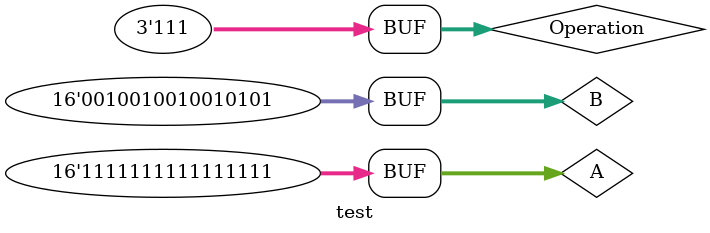
<source format=v>
/*
Operations
000 - AND
001 - OR
010 - NOT
011 - XOR
100 - NAND
101 - NOR
110 - XNOR
111 - 2s Complement
*/

`include "LogicalOps.v"

module test;

reg [3:1] Operation;
reg [16:1] A, B;

wire [16:1] out;

LogicalOps log (A, B, Operation, out);

initial begin
    $monitor($time, ": A: %b (%d), B: %b (%d), Operation: %b (%d), out: %b (%d)", 
    A, A, B, B, Operation, Operation, out, out
    );
end

initial begin
    Operation = 3'b111;
    A = 16'b1111111111111111; 
    B = 16'b0010010010010101;
end

endmodule
</source>
